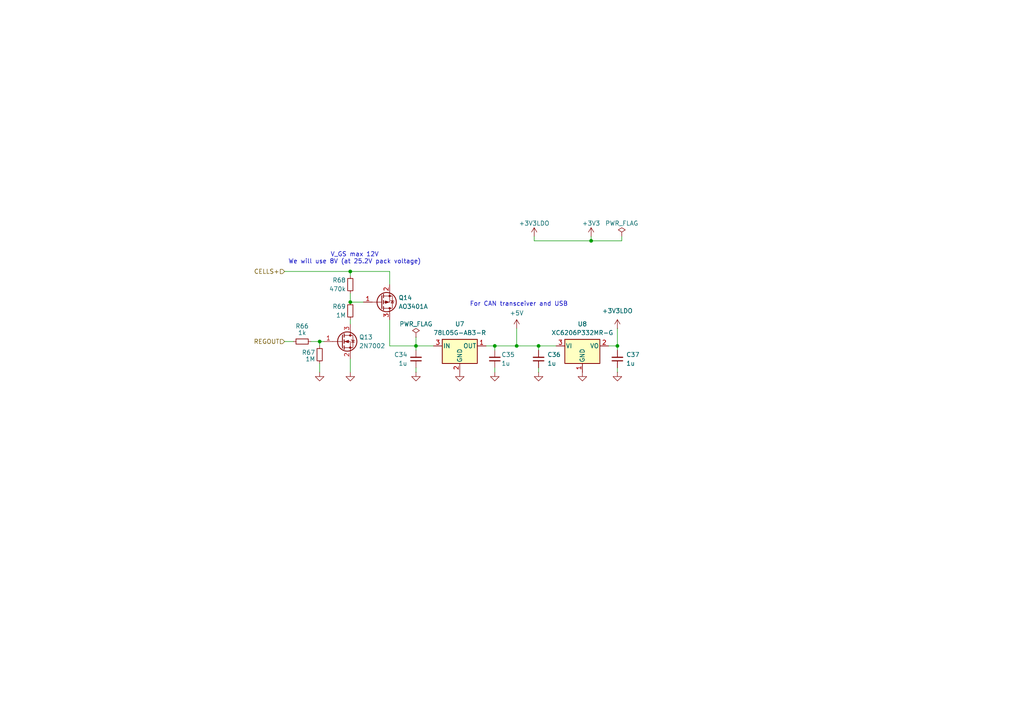
<source format=kicad_sch>
(kicad_sch (version 20250114) (generator "eeschema") (generator_version "9.0")
  (paper "A4")
  (title_block (title "6S_BMS") (date "2025-04-27") (rev "2.0") (company "NTURacing") (comment 1 "Jerrymk, Jack Kuo") (comment 2 "Electrical"))
  (lib_symbols
    (symbol "Device:C_Small" (pin_numbers (hide yes)) (pin_names (offset 0.254) (hide yes))
      (property "Reference" "C" (at 0.254 1.778 0))
      (property "Value" "C_Small" (at 0.254 -2.032 0))
      (symbol "C_Small_0_1"
        (polyline (pts (xy -1.524 0.508) (xy 1.524 0.508)) (stroke (width 0.3048)))
        (polyline (pts (xy -1.524 -0.508) (xy 1.524 -0.508)) (stroke (width 0.3302)))
      )
      (symbol "C_Small_1_1"
        (pin passive line (at 0 2.54 270) (length 2.032) (name "~") (number "1"))
        (pin passive line (at 0 -2.54 90) (length 2.032) (name "~") (number "2"))
      )
    )
    (symbol "Device:R_Small" (pin_numbers (hide yes)) (pin_names (offset 0.254) (hide yes))
      (property "Reference" "R" (at 0.762 0.508 0))
      (property "Value" "R_Small" (at 0.762 -1.016 0))
      (symbol "R_Small_0_1"
        (rectangle (start -0.762 1.778) (end 0.762 -1.778) (stroke (width 0.2032)))
      )
      (symbol "R_Small_1_1"
        (pin passive line (at 0 2.54 270) (length 0.762) (name "~") (number "1"))
        (pin passive line (at 0 -2.54 90) (length 0.762) (name "~") (number "2"))
      )
    )
    (symbol "Regulator_Linear:L78L05_SOT89" (pin_names (offset 0.254))
      (property "Reference" "U" (at -3.81 3.175 0))
      (property "Value" "L78L05_SOT89" (at -0.635 3.175 0))
      (symbol "L78L05_SOT89_0_1"
        (rectangle (start -5.08 1.905) (end 5.08 -5.08) (stroke (width 0.254)) (fill (type background)))
      )
      (symbol "L78L05_SOT89_1_1"
        (pin power_in line (at -7.62 0 0) (length 2.54) (name "IN") (number "3"))
        (pin power_in line (at 0 -7.62 90) (length 2.54) (name "GND") (number "2"))
        (pin power_out line (at 7.62 0 180) (length 2.54) (name "OUT") (number "1"))
      )
    )
    (symbol "Regulator_Linear:XC6206PxxxMR" (pin_names (offset 0.254))
      (property "Reference" "U" (at -3.81 3.175 0))
      (property "Value" "XC6206PxxxMR" (at 0 3.175 0))
      (symbol "XC6206PxxxMR_0_1"
        (rectangle (start -5.08 1.905) (end 5.08 -5.08) (stroke (width 0.254)) (fill (type background)))
      )
      (symbol "XC6206PxxxMR_1_1"
        (pin power_in line (at -7.62 0 0) (length 2.54) (name "VI") (number "3"))
        (pin power_in line (at 0 -7.62 90) (length 2.54) (name "GND") (number "1"))
        (pin power_out line (at 7.62 0 180) (length 2.54) (name "VO") (number "2"))
      )
    )
    (symbol "Transistor_FET:2N7002" (pin_names (hide yes))
      (property "Reference" "Q" (at 5.08 1.905 0))
      (property "Value" "2N7002" (at 5.08 0 0))
      (symbol "2N7002_0_1"
        (polyline (pts (xy 0.254 1.905) (xy 0.254 -1.905)) (stroke (width 0.254)))
        (polyline (pts (xy 0.254 0) (xy -2.54 0)))
        (polyline (pts (xy 0.762 2.286) (xy 0.762 1.27)) (stroke (width 0.254)))
        (polyline (pts (xy 0.762 0.508) (xy 0.762 -0.508)) (stroke (width 0.254)))
        (polyline (pts (xy 0.762 -1.27) (xy 0.762 -2.286)) (stroke (width 0.254)))
        (polyline (pts (xy 0.762 -1.778) (xy 3.302 -1.778) (xy 3.302 1.778) (xy 0.762 1.778)))
        (polyline (pts (xy 1.016 0) (xy 2.032 0.381) (xy 2.032 -0.381) (xy 1.016 0)) (fill (type outline)))
        (circle (center 1.651 0) (radius 2.794) (stroke (width 0.254)))
        (polyline (pts (xy 2.54 2.54) (xy 2.54 1.778)))
        (circle (center 2.54 1.778) (radius 0.254) (fill (type outline)))
        (circle (center 2.54 -1.778) (radius 0.254) (fill (type outline)))
        (polyline (pts (xy 2.54 -2.54) (xy 2.54 0) (xy 0.762 0)))
        (polyline (pts (xy 2.794 0.508) (xy 2.921 0.381) (xy 3.683 0.381) (xy 3.81 0.254)))
        (polyline (pts (xy 3.302 0.381) (xy 2.921 -0.254) (xy 3.683 -0.254) (xy 3.302 0.381)))
      )
      (symbol "2N7002_1_1"
        (pin input line (at -5.08 0 0) (length 2.54) (name "G") (number "1"))
        (pin passive line (at 2.54 5.08 270) (length 2.54) (name "D") (number "3"))
        (pin passive line (at 2.54 -5.08 90) (length 2.54) (name "S") (number "2"))
      )
    )
    (symbol "Transistor_FET:AO3401A" (pin_names (hide yes))
      (property "Reference" "Q" (at 5.08 1.905 0))
      (property "Value" "AO3401A" (at 5.08 0 0))
      (symbol "AO3401A_0_1"
        (polyline (pts (xy 0.254 1.905) (xy 0.254 -1.905)) (stroke (width 0.254)))
        (polyline (pts (xy 0.254 0) (xy -2.54 0)))
        (polyline (pts (xy 0.762 2.286) (xy 0.762 1.27)) (stroke (width 0.254)))
        (polyline (pts (xy 0.762 1.778) (xy 3.302 1.778) (xy 3.302 -1.778) (xy 0.762 -1.778)))
        (polyline (pts (xy 0.762 0.508) (xy 0.762 -0.508)) (stroke (width 0.254)))
        (polyline (pts (xy 0.762 -1.27) (xy 0.762 -2.286)) (stroke (width 0.254)))
        (circle (center 1.651 0) (radius 2.794) (stroke (width 0.254)))
        (polyline (pts (xy 2.286 0) (xy 1.27 0.381) (xy 1.27 -0.381) (xy 2.286 0)) (fill (type outline)))
        (polyline (pts (xy 2.54 2.54) (xy 2.54 1.778)))
        (circle (center 2.54 1.778) (radius 0.254) (fill (type outline)))
        (circle (center 2.54 -1.778) (radius 0.254) (fill (type outline)))
        (polyline (pts (xy 2.54 -2.54) (xy 2.54 0) (xy 0.762 0)))
        (polyline (pts (xy 2.794 -0.508) (xy 2.921 -0.381) (xy 3.683 -0.381) (xy 3.81 -0.254)))
        (polyline (pts (xy 3.302 -0.381) (xy 2.921 0.254) (xy 3.683 0.254) (xy 3.302 -0.381)))
      )
      (symbol "AO3401A_1_1"
        (pin input line (at -5.08 0 0) (length 2.54) (name "G") (number "1"))
        (pin passive line (at 2.54 5.08 270) (length 2.54) (name "D") (number "3"))
        (pin passive line (at 2.54 -5.08 90) (length 2.54) (name "S") (number "2"))
      )
    )
    (symbol "power:+3V3" (power) (pin_numbers (hide yes)) (pin_names (offset 0) (hide yes))
      (property "Value" "+3V3" (at 0 3.556 0))
      (symbol "+3V3_0_1"
        (polyline (pts (xy -0.762 1.27) (xy 0 2.54)))
        (polyline (pts (xy 0 2.54) (xy 0.762 1.27)))
        (polyline (pts (xy 0 0) (xy 0 2.54)))
      )
      (symbol "+3V3_1_1"
        (pin power_in line (at 0 0 90) (length 0) (name "~") (number "1"))
      )
    )
    (symbol "power:+5V" (power) (pin_numbers (hide yes)) (pin_names (offset 0) (hide yes))
      (property "Value" "+5V" (at 0 3.556 0))
      (symbol "+5V_0_1"
        (polyline (pts (xy -0.762 1.27) (xy 0 2.54)))
        (polyline (pts (xy 0 2.54) (xy 0.762 1.27)))
        (polyline (pts (xy 0 0) (xy 0 2.54)))
      )
      (symbol "+5V_1_1"
        (pin power_in line (at 0 0 90) (length 0) (name "~") (number "1"))
      )
    )
    (symbol "power:GND" (power) (pin_numbers (hide yes)) (pin_names (offset 0) (hide yes))
      (property "Value" "GND" (at 0 -3.81 0))
      (symbol "GND_0_1"
        (polyline (pts (xy 0 0) (xy 0 -1.27) (xy 1.27 -1.27) (xy 0 -2.54) (xy -1.27 -1.27) (xy 0 -1.27)))
      )
      (symbol "GND_1_1"
        (pin power_in line (at 0 0 270) (length 0) (name "~") (number "1"))
      )
    )
    (symbol "power:PWR_FLAG" (power) (pin_numbers (hide yes)) (pin_names (offset 0) (hide yes))
      (property "Value" "PWR_FLAG" (at 0 3.81 0))
      (symbol "PWR_FLAG_0_0"
        (pin power_out line (at 0 0 90) (length 0) (name "~") (number "1"))
      )
      (symbol "PWR_FLAG_0_1"
        (polyline (pts (xy 0 0) (xy 0 1.27) (xy -1.016 1.905) (xy 0 2.54) (xy 1.016 1.905) (xy 0 1.27)))
      )
    )
    (symbol "power:VBUS" (power) (pin_numbers (hide yes)) (pin_names (offset 0) (hide yes))
      (property "Value" "VBUS" (at 0 3.556 0))
      (symbol "VBUS_0_1"
        (polyline (pts (xy -0.762 1.27) (xy 0 2.54)))
        (polyline (pts (xy 0 2.54) (xy 0.762 1.27)))
        (polyline (pts (xy 0 0) (xy 0 2.54)))
      )
      (symbol "VBUS_1_1"
        (pin power_in line (at 0 0 90) (length 0) (name "~") (number "1"))
      )
    )
  )
  (text "For CAN transceiver and USB" (at 150.495 88.265 0) (effects (font (size 1.27 1.27))))
  (text "V_GS max 12V\nWe will use 8V (at 25.2V pack voltage)" (at 102.87 74.93 0) (effects (font (size 1.27 1.27))))
  (junction (at 149.86 100.33))
  (junction (at 171.45 69.85))
  (junction (at 101.6 87.63))
  (junction (at 120.65 100.33))
  (junction (at 179.07 100.33))
  (junction (at 101.6 78.74))
  (junction (at 92.71 99.06))
  (junction (at 143.51 100.33))
  (junction (at 156.21 100.33))
  (wire (pts (xy 101.6 78.74) (xy 101.6 80.01)))
  (wire (pts (xy 120.65 97.79) (xy 120.65 100.33)))
  (wire (pts (xy 92.71 99.06) (xy 93.98 99.06)))
  (wire (pts (xy 156.21 100.33) (xy 161.29 100.33)))
  (wire (pts (xy 156.21 101.6) (xy 156.21 100.33)))
  (wire (pts (xy 113.03 100.33) (xy 113.03 92.71)))
  (wire (pts (xy 143.51 100.33) (xy 149.86 100.33)))
  (wire (pts (xy 113.03 100.33) (xy 120.65 100.33)))
  (wire (pts (xy 149.86 100.33) (xy 156.21 100.33)))
  (wire (pts (xy 149.86 95.25) (xy 149.86 100.33)))
  (wire (pts (xy 154.94 69.85) (xy 171.45 69.85)))
  (wire (pts (xy 120.65 101.6) (xy 120.65 100.33)))
  (wire (pts (xy 92.71 99.06) (xy 92.71 100.33)))
  (wire (pts (xy 101.6 85.09) (xy 101.6 87.63)))
  (wire (pts (xy 113.03 78.74) (xy 101.6 78.74)))
  (wire (pts (xy 92.71 107.95) (xy 92.71 105.41)))
  (wire (pts (xy 120.65 100.33) (xy 125.73 100.33)))
  (wire (pts (xy 140.97 100.33) (xy 143.51 100.33)))
  (wire (pts (xy 101.6 92.71) (xy 101.6 93.98)))
  (wire (pts (xy 154.94 68.58) (xy 154.94 69.85)))
  (wire (pts (xy 82.55 99.06) (xy 85.09 99.06)))
  (wire (pts (xy 180.34 69.85) (xy 171.45 69.85)))
  (wire (pts (xy 143.51 101.6) (xy 143.51 100.33)))
  (wire (pts (xy 179.07 95.25) (xy 179.07 100.33)))
  (wire (pts (xy 179.07 101.6) (xy 179.07 100.33)))
  (wire (pts (xy 101.6 87.63) (xy 105.41 87.63)))
  (wire (pts (xy 179.07 100.33) (xy 176.53 100.33)))
  (wire (pts (xy 156.21 107.95) (xy 156.21 106.68)))
  (wire (pts (xy 90.17 99.06) (xy 92.71 99.06)))
  (wire (pts (xy 180.34 68.58) (xy 180.34 69.85)))
  (wire (pts (xy 171.45 68.58) (xy 171.45 69.85)))
  (wire (pts (xy 101.6 107.95) (xy 101.6 104.14)))
  (wire (pts (xy 120.65 107.95) (xy 120.65 106.68)))
  (wire (pts (xy 179.07 107.95) (xy 179.07 106.68)))
  (wire (pts (xy 82.55 78.74) (xy 101.6 78.74)))
  (wire (pts (xy 143.51 107.95) (xy 143.51 106.68)))
  (wire (pts (xy 113.03 78.74) (xy 113.03 82.55)))
  (hierarchical_label "CELLS+" (shape input) (at 82.55 78.74 180))
  (hierarchical_label "REGOUT" (shape input) (at 82.55 99.06 180))
  (symbol (lib_id "power:GND") (at 133.35 107.95 0) (mirror y) (unit 1)
    (property "Reference" "#PWR064" (effects (hide yes)))
    (property "Value" "GND" (effects (hide yes)))
    (property "Description" "Power symbol creates a global label with name \"GND\" , ground" (effects (hide yes)))
  )
  (symbol (lib_id "Device:R_Small") (at 101.6 90.17 0) (unit 1)
    (property "Reference" "R69" (at 100.33 88.9 0) (effects (justify right)))
    (property "Value" "1M" (at 100.33 91.44 0) (effects (justify right)))
    (property "Footprint" "Resistor_SMD:R_0402_1005Metric" (effects (hide yes)))
    (property "Description" "Resistor, small symbol" (effects (hide yes)))
  )
  (symbol (lib_id "Device:R_Small") (at 87.63 99.06 90) (unit 1)
    (property "Reference" "R66" (at 87.63 94.615 90))
    (property "Value" "1k" (at 87.63 96.52 90))
    (property "Footprint" "Resistor_SMD:R_0402_1005Metric" (effects (hide yes)))
    (property "Description" "Resistor, small symbol" (effects (hide yes)))
  )
  (symbol (lib_id "power:PWR_FLAG") (at 120.65 97.79 0) (unit 1)
    (property "Reference" "#FLG07" (effects (hide yes)))
    (property "Value" "PWR_FLAG" (at 120.65 93.98 0))
    (property "Description" "Special symbol for telling ERC where power comes from" (effects (hide yes)))
  )
  (symbol (lib_id "power:PWR_FLAG") (at 180.34 68.58 0) (unit 1)
    (property "Reference" "#FLG08" (effects (hide yes)))
    (property "Value" "PWR_FLAG" (at 180.34 64.77 0))
    (property "Description" "Special symbol for telling ERC where power comes from" (effects (hide yes)))
  )
  (symbol (lib_id "power:+3V3") (at 171.45 68.58 0) (unit 1)
    (property "Reference" "#PWR069" (effects (hide yes)))
    (property "Value" "+3V3" (at 171.45 64.77 0))
    (property "Description" "Power symbol creates a global label with name \"+3V3\"" (effects (hide yes)))
  )
  (symbol (lib_id "power:GND") (at 92.71 107.95 0) (mirror y) (unit 1)
    (property "Reference" "#PWR061" (effects (hide yes)))
    (property "Value" "GND" (effects (hide yes)))
    (property "Description" "Power symbol creates a global label with name \"GND\" , ground" (effects (hide yes)))
  )
  (symbol (lib_id "power:GND") (at 156.21 107.95 0) (mirror y) (unit 1)
    (property "Reference" "#PWR068" (effects (hide yes)))
    (property "Value" "GND" (effects (hide yes)))
    (property "Description" "Power symbol creates a global label with name \"GND\" , ground" (effects (hide yes)))
  )
  (symbol (lib_id "Regulator_Linear:XC6206PxxxMR") (at 168.91 100.33 0) (unit 1)
    (property "Reference" "U8" (at 168.91 93.98 0))
    (property "Value" "XC6206P332MR-G" (at 168.91 96.52 0))
    (property "Footprint" "Package_TO_SOT_SMD:SOT-23-3" (effects (hide yes)))
    (property "Datasheet" "https://www.torexsemi.com/file/xc6206/XC6206.pdf" (effects (hide yes)))
    (property "Description" "Positive 60-250mA Low Dropout Regulator, Fixed Output, SOT-23" (effects (hide yes)))
  )
  (symbol (lib_id "power:GND") (at 120.65 107.95 0) (mirror y) (unit 1)
    (property "Reference" "#PWR063" (effects (hide yes)))
    (property "Value" "GND" (effects (hide yes)))
    (property "Description" "Power symbol creates a global label with name \"GND\" , ground" (effects (hide yes)))
  )
  (symbol (lib_id "power:VBUS") (at 154.94 68.58 0) (unit 1)
    (property "Reference" "#PWR067" (effects (hide yes)))
    (property "Value" "+3V3LDO" (at 154.94 64.77 0))
    (property "Description" "Power symbol creates a global label with name \"VBUS\"" (effects (hide yes)))
  )
  (symbol (lib_id "power:+5V") (at 149.86 95.25 0) (unit 1)
    (property "Reference" "#PWR066" (effects (hide yes)))
    (property "Value" "+5V" (at 149.86 90.805 0))
    (property "Description" "Power symbol creates a global label with name \"+5V\"" (effects (hide yes)))
  )
  (symbol (lib_id "Device:C_Small") (at 120.65 104.14 180) (unit 1)
    (property "Reference" "C34" (at 114.3 102.87 0) (effects (justify right)))
    (property "Value" "1u" (at 115.57 105.41 0) (effects (justify right)))
    (property "Footprint" "Capacitor_SMD:C_0603_1608Metric" (effects (hide yes)))
    (property "Description" "Unpolarized capacitor, small symbol" (effects (hide yes)))
  )
  (symbol (lib_id "power:VBUS") (at 179.07 95.25 0) (unit 1)
    (property "Reference" "#PWR071" (effects (hide yes)))
    (property "Value" "+3V3LDO" (at 179.07 90.17 0))
    (property "Description" "Power symbol creates a global label with name \"VBUS\"" (effects (hide yes)))
  )
  (symbol (lib_id "Device:C_Small") (at 156.21 104.14 180) (unit 1)
    (property "Reference" "C36" (at 158.75 102.8635 0) (effects (justify right)))
    (property "Value" "1u" (at 158.75 105.4035 0) (effects (justify right)))
    (property "Footprint" "Capacitor_SMD:C_0402_1005Metric" (effects (hide yes)))
    (property "Description" "Unpolarized capacitor, small symbol" (effects (hide yes)))
  )
  (symbol (lib_id "Transistor_FET:2N7002") (at 99.06 99.06 0) (unit 1)
    (property "Reference" "Q13" (at 104.14 97.79 0) (effects (justify left)))
    (property "Value" "2N7002" (at 104.14 100.33 0) (effects (justify left)))
    (property "Footprint" "Package_TO_SOT_SMD:SOT-23" (effects (hide yes)))
    (property "Datasheet" "https://www.onsemi.com/pub/Collateral/NDS7002A-D.PDF" (effects (hide yes)))
    (property "Description" "0.115A Id, 60V Vds, N-Channel MOSFET, SOT-23" (effects (hide yes)))
  )
  (symbol (lib_id "Device:C_Small") (at 179.07 104.14 180) (unit 1)
    (property "Reference" "C37" (at 181.61 102.8635 0) (effects (justify right)))
    (property "Value" "1u" (at 181.61 105.4035 0) (effects (justify right)))
    (property "Footprint" "Capacitor_SMD:C_0402_1005Metric" (effects (hide yes)))
    (property "Description" "Unpolarized capacitor, small symbol" (effects (hide yes)))
  )
  (symbol (lib_id "Device:R_Small") (at 92.71 102.87 0) (unit 1)
    (property "Reference" "R67" (at 91.44 102.235 0) (effects (justify right)))
    (property "Value" "1M" (at 91.44 104.14 0) (effects (justify right)))
    (property "Footprint" "Resistor_SMD:R_0402_1005Metric" (effects (hide yes)))
    (property "Description" "Resistor, small symbol" (effects (hide yes)))
  )
  (symbol (lib_id "power:GND") (at 168.91 107.95 0) (mirror y) (unit 1)
    (property "Reference" "#PWR070" (effects (hide yes)))
    (property "Value" "GND" (effects (hide yes)))
    (property "Description" "Power symbol creates a global label with name \"GND\" , ground" (effects (hide yes)))
  )
  (symbol (lib_id "power:GND") (at 143.51 107.95 0) (mirror y) (unit 1)
    (property "Reference" "#PWR065" (effects (hide yes)))
    (property "Value" "GND" (effects (hide yes)))
    (property "Description" "Power symbol creates a global label with name \"GND\" , ground" (effects (hide yes)))
  )
  (symbol (lib_id "power:GND") (at 101.6 107.95 0) (mirror y) (unit 1)
    (property "Reference" "#PWR062" (effects (hide yes)))
    (property "Value" "GND" (effects (hide yes)))
    (property "Description" "Power symbol creates a global label with name \"GND\" , ground" (effects (hide yes)))
  )
  (symbol (lib_id "power:GND") (at 179.07 107.95 0) (mirror y) (unit 1)
    (property "Reference" "#PWR072" (effects (hide yes)))
    (property "Value" "GND" (effects (hide yes)))
    (property "Description" "Power symbol creates a global label with name \"GND\" , ground" (effects (hide yes)))
  )
  (symbol (lib_id "Regulator_Linear:L78L05_SOT89") (at 133.35 100.33 0) (unit 1)
    (property "Reference" "U7" (at 133.35 93.98 0))
    (property "Value" "78L05G-AB3-R" (at 133.35 96.52 0))
    (property "Footprint" "Package_TO_SOT_SMD:SOT-89-3" (effects (hide yes)))
    (property "Datasheet" "http://www.st.com/content/ccc/resource/technical/document/datasheet/15/55/e5/aa/23/5b/43/fd/CD00000446.pdf/files/CD00000446.pdf/jcr:content/translations/en.CD00000446.pdf" (effects (hide yes)))
    (property "Description" "Positive 100mA 30V Linear Regulator, Fixed Output 5V, SOT-89" (effects (hide yes)))
  )
  (symbol (lib_id "Transistor_FET:AO3401A") (at 110.49 87.63 0) (mirror x) (unit 1)
    (property "Reference" "Q14" (at 115.57 86.36 0) (effects (justify left)))
    (property "Value" "AO3401A" (at 115.57 88.9 0) (effects (justify left)))
    (property "Footprint" "Package_TO_SOT_SMD:SOT-23" (effects (hide yes)))
    (property "Datasheet" "http://www.aosmd.com/pdfs/datasheet/AO3401A.pdf" (effects (hide yes)))
    (property "Description" "-4.0A Id, -30V Vds, P-Channel MOSFET, SOT-23" (effects (hide yes)))
  )
  (symbol (lib_id "Device:R_Small") (at 101.6 82.55 0) (unit 1)
    (property "Reference" "R68" (at 100.33 81.28 0) (effects (justify right)))
    (property "Value" "470k" (at 100.33 83.82 0) (effects (justify right)))
    (property "Footprint" "Resistor_SMD:R_0402_1005Metric" (effects (hide yes)))
    (property "Description" "Resistor, small symbol" (effects (hide yes)))
  )
  (symbol (lib_id "Device:C_Small") (at 143.51 104.14 180) (unit 1)
    (property "Reference" "C35" (at 145.415 102.87 0) (effects (justify right)))
    (property "Value" "1u" (at 145.415 105.41 0) (effects (justify right)))
    (property "Footprint" "Capacitor_SMD:C_0402_1005Metric" (effects (hide yes)))
    (property "Description" "Unpolarized capacitor, small symbol" (effects (hide yes)))
  )
)
</source>
